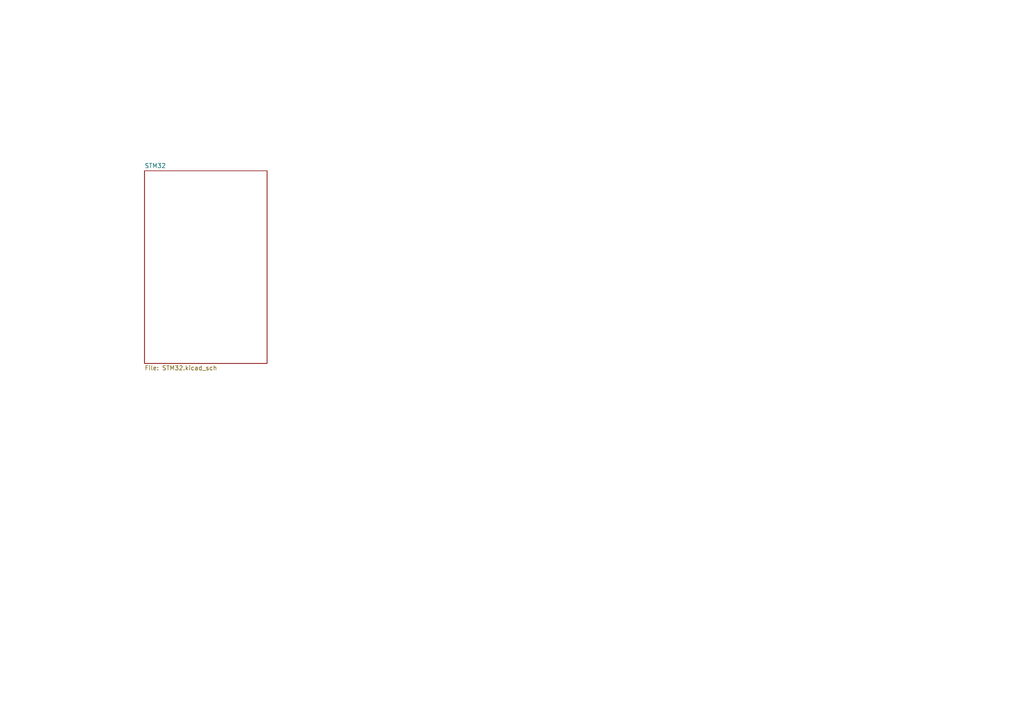
<source format=kicad_sch>
(kicad_sch (version 20211123) (generator eeschema)

  (uuid 61d1f221-f082-4bfc-b26f-eb44521645ca)

  (paper "A4")

  (title_block
    (title "chat_project")
    (date "2023-09-19")
    (rev "1.0")
    (company "ENSEA")
  )

  (lib_symbols
  )


  (sheet (at 41.91 49.53) (size 35.56 55.88) (fields_autoplaced)
    (stroke (width 0.1524) (type solid) (color 0 0 0 0))
    (fill (color 0 0 0 0.0000))
    (uuid a49840b7-fc37-456b-bdfa-3e3ca28e31ac)
    (property "Sheet name" "STM32" (id 0) (at 41.91 48.8184 0)
      (effects (font (size 1.27 1.27)) (justify left bottom))
    )
    (property "Sheet file" "STM32.kicad_sch" (id 1) (at 41.91 105.9946 0)
      (effects (font (size 1.27 1.27)) (justify left top))
    )
  )

  (sheet_instances
    (path "/" (page "1"))
    (path "/a49840b7-fc37-456b-bdfa-3e3ca28e31ac" (page "2"))
  )

  (symbol_instances
    (path "/a49840b7-fc37-456b-bdfa-3e3ca28e31ac/091eb95e-7279-441d-b65f-803d0291af52"
      (reference "#PWR?") (unit 1) (value "GND") (footprint "")
    )
    (path "/a49840b7-fc37-456b-bdfa-3e3ca28e31ac/106b3ff8-edda-4397-9492-37ec3c6e17d0"
      (reference "#PWR?") (unit 1) (value "GND") (footprint "")
    )
    (path "/a49840b7-fc37-456b-bdfa-3e3ca28e31ac/1cd978ae-91c3-4a7b-9ec1-7df2c0dd0e19"
      (reference "#PWR?") (unit 1) (value "+3.3V") (footprint "")
    )
    (path "/a49840b7-fc37-456b-bdfa-3e3ca28e31ac/352f281a-158d-4666-a902-b356e53a8015"
      (reference "#PWR?") (unit 1) (value "GND") (footprint "")
    )
    (path "/a49840b7-fc37-456b-bdfa-3e3ca28e31ac/39be1c42-93b4-458b-86b2-455ab554d1ef"
      (reference "#PWR?") (unit 1) (value "GND") (footprint "")
    )
    (path "/a49840b7-fc37-456b-bdfa-3e3ca28e31ac/3b72abd1-bff7-477d-aa26-d162051c82da"
      (reference "#PWR?") (unit 1) (value "GND") (footprint "")
    )
    (path "/a49840b7-fc37-456b-bdfa-3e3ca28e31ac/41ec22fd-affe-495b-b961-95077c19dd8e"
      (reference "#PWR?") (unit 1) (value "+5V") (footprint "")
    )
    (path "/a49840b7-fc37-456b-bdfa-3e3ca28e31ac/49dc5def-4bc8-4d52-b844-28e6ba07d668"
      (reference "#PWR?") (unit 1) (value "+7.5V") (footprint "")
    )
    (path "/a49840b7-fc37-456b-bdfa-3e3ca28e31ac/4fa7f8ff-af70-47cf-996f-9e0c945cedb6"
      (reference "#PWR?") (unit 1) (value "GND") (footprint "")
    )
    (path "/a49840b7-fc37-456b-bdfa-3e3ca28e31ac/603d851b-ef11-451b-b01e-8ad71f0b658c"
      (reference "#PWR?") (unit 1) (value "GND") (footprint "")
    )
    (path "/a49840b7-fc37-456b-bdfa-3e3ca28e31ac/62d7e003-92be-4a82-b886-95629405e52a"
      (reference "#PWR?") (unit 1) (value "GND") (footprint "")
    )
    (path "/a49840b7-fc37-456b-bdfa-3e3ca28e31ac/73afab65-18f8-4bc1-b002-d76142db0799"
      (reference "#PWR?") (unit 1) (value "+5V") (footprint "")
    )
    (path "/a49840b7-fc37-456b-bdfa-3e3ca28e31ac/7d3660ea-5a98-49b4-9837-0eec8f84dedf"
      (reference "#PWR?") (unit 1) (value "GND") (footprint "")
    )
    (path "/a49840b7-fc37-456b-bdfa-3e3ca28e31ac/824eb4fd-aece-4f6a-93b6-092e9554cb05"
      (reference "#PWR?") (unit 1) (value "+3.3V") (footprint "")
    )
    (path "/a49840b7-fc37-456b-bdfa-3e3ca28e31ac/857b5409-c2e4-4659-81fd-64b3531c8f8d"
      (reference "#PWR?") (unit 1) (value "+7.5V") (footprint "")
    )
    (path "/a49840b7-fc37-456b-bdfa-3e3ca28e31ac/88cf17ac-b4b6-4da5-a259-d7c24669a1f1"
      (reference "#PWR?") (unit 1) (value "+5V") (footprint "")
    )
    (path "/a49840b7-fc37-456b-bdfa-3e3ca28e31ac/c645b2fa-ca28-4953-b0cc-63061f8577b2"
      (reference "#PWR?") (unit 1) (value "+3.3V") (footprint "")
    )
    (path "/a49840b7-fc37-456b-bdfa-3e3ca28e31ac/ccfdb7c0-9831-4862-8493-c81f94ed5949"
      (reference "#PWR?") (unit 1) (value "+3.3V") (footprint "")
    )
    (path "/a49840b7-fc37-456b-bdfa-3e3ca28e31ac/cf8ecb1a-fd9a-4086-933d-4b69e8821d87"
      (reference "#PWR?") (unit 1) (value "GND") (footprint "")
    )
    (path "/a49840b7-fc37-456b-bdfa-3e3ca28e31ac/d8e0f423-0bf3-440c-9abc-d49681702822"
      (reference "#PWR?") (unit 1) (value "GND") (footprint "")
    )
    (path "/a49840b7-fc37-456b-bdfa-3e3ca28e31ac/e2b7ac13-175e-44de-8ff2-5ca00ca29922"
      (reference "#PWR?") (unit 1) (value "GND") (footprint "")
    )
    (path "/a49840b7-fc37-456b-bdfa-3e3ca28e31ac/e2c32fa5-cf26-4fcc-b70f-db2764bf4bb2"
      (reference "#PWR?") (unit 1) (value "GND") (footprint "")
    )
    (path "/a49840b7-fc37-456b-bdfa-3e3ca28e31ac/e879e9cc-6733-429a-8b30-3a297b841503"
      (reference "#PWR?") (unit 1) (value "+5V") (footprint "")
    )
    (path "/a49840b7-fc37-456b-bdfa-3e3ca28e31ac/ee87d08c-8356-49ed-9240-b7d8bb190fea"
      (reference "#PWR?") (unit 1) (value "GND") (footprint "")
    )
    (path "/a49840b7-fc37-456b-bdfa-3e3ca28e31ac/efdf65f2-8c96-45c3-87cd-ee6b9bdeb4b0"
      (reference "#PWR?") (unit 1) (value "GND") (footprint "")
    )
    (path "/a49840b7-fc37-456b-bdfa-3e3ca28e31ac/f9591c8e-311a-4daa-ba26-a58854c1853b"
      (reference "#PWR?") (unit 1) (value "+3.3V") (footprint "")
    )
    (path "/a49840b7-fc37-456b-bdfa-3e3ca28e31ac/fb3729cb-223c-40f7-868c-2789e165de77"
      (reference "#PWR?") (unit 1) (value "+3.3V") (footprint "")
    )
    (path "/a49840b7-fc37-456b-bdfa-3e3ca28e31ac/0bf7c62a-fd77-4dfc-aa0d-918eaab3980e"
      (reference "C?") (unit 1) (value "4.7nF") (footprint "")
    )
    (path "/a49840b7-fc37-456b-bdfa-3e3ca28e31ac/129d922d-8efa-45a6-9f87-8ec3beac72ba"
      (reference "C?") (unit 1) (value "C") (footprint "")
    )
    (path "/a49840b7-fc37-456b-bdfa-3e3ca28e31ac/201dd410-0b6d-4928-81ff-94148c0dc976"
      (reference "C?") (unit 1) (value "C") (footprint "")
    )
    (path "/a49840b7-fc37-456b-bdfa-3e3ca28e31ac/3fe2f96d-0d03-45c5-8032-912be03f19f0"
      (reference "C?") (unit 1) (value "1uF") (footprint "")
    )
    (path "/a49840b7-fc37-456b-bdfa-3e3ca28e31ac/4771ae3f-830c-4f66-a56a-9e5025cbff76"
      (reference "C?") (unit 1) (value "C") (footprint "")
    )
    (path "/a49840b7-fc37-456b-bdfa-3e3ca28e31ac/4c64ed1e-a7a9-4f60-af7e-420f66a4d515"
      (reference "C?") (unit 1) (value "C") (footprint "")
    )
    (path "/a49840b7-fc37-456b-bdfa-3e3ca28e31ac/65bb9ce9-774e-4243-a4e7-94e8cfc2495d"
      (reference "C?") (unit 1) (value "1uF") (footprint "")
    )
    (path "/a49840b7-fc37-456b-bdfa-3e3ca28e31ac/9f458f8e-05c9-41c6-9d2b-777d59310307"
      (reference "C?") (unit 1) (value "100nF") (footprint "")
    )
    (path "/a49840b7-fc37-456b-bdfa-3e3ca28e31ac/ae17b5a5-4bea-4d44-a5fb-20822d73a433"
      (reference "C?") (unit 1) (value "C") (footprint "")
    )
    (path "/a49840b7-fc37-456b-bdfa-3e3ca28e31ac/c7213406-c9af-4fe6-95c2-648f1d1ac0c9"
      (reference "C?") (unit 1) (value "C") (footprint "")
    )
    (path "/a49840b7-fc37-456b-bdfa-3e3ca28e31ac/ce3d0cfd-1737-43a5-9ba9-139a60529bf1"
      (reference "C?") (unit 1) (value "100nF") (footprint "")
    )
    (path "/a49840b7-fc37-456b-bdfa-3e3ca28e31ac/ec59254a-93a3-436a-ab42-9e0608110e23"
      (reference "C?") (unit 1) (value "C") (footprint "")
    )
    (path "/a49840b7-fc37-456b-bdfa-3e3ca28e31ac/2f7bcdab-bf38-4769-a929-dde30890d68a"
      (reference "D?") (unit 1) (value "RED") (footprint "")
    )
    (path "/a49840b7-fc37-456b-bdfa-3e3ca28e31ac/57010872-d09b-4bd6-ba15-e7c66e1a145a"
      (reference "J?") (unit 1) (value "Conn_02x07_Odd_Even") (footprint "")
    )
    (path "/a49840b7-fc37-456b-bdfa-3e3ca28e31ac/c34fa395-475c-4f21-ab12-26a02ca73ee6"
      (reference "J?") (unit 1) (value "Conn_01x03") (footprint "")
    )
    (path "/a49840b7-fc37-456b-bdfa-3e3ca28e31ac/eacfc9de-e7e5-4f49-b745-45096af06a2a"
      (reference "J?") (unit 1) (value "Conn_01x03") (footprint "")
    )
    (path "/a49840b7-fc37-456b-bdfa-3e3ca28e31ac/5be82d2c-9015-44fd-9026-c14f67dd952d"
      (reference "L?") (unit 1) (value "L_Small") (footprint "")
    )
    (path "/a49840b7-fc37-456b-bdfa-3e3ca28e31ac/7f30d3b0-7194-4162-ab37-1be7f43fe0d0"
      (reference "R?") (unit 1) (value "R") (footprint "")
    )
    (path "/a49840b7-fc37-456b-bdfa-3e3ca28e31ac/c69aa0d0-22fc-4cc1-8758-98653363a638"
      (reference "R?") (unit 1) (value "R") (footprint "")
    )
    (path "/a49840b7-fc37-456b-bdfa-3e3ca28e31ac/10f07885-5a03-4c2d-b95e-fa48ead9e88b"
      (reference "U?") (unit 1) (value "ZXBM5210-S") (footprint "Package_SO:SOIC-8_3.9x4.9mm_P1.27mm")
    )
    (path "/a49840b7-fc37-456b-bdfa-3e3ca28e31ac/2384d543-f130-4848-9b4a-73e9f3be7183"
      (reference "U?") (unit 1) (value "MCP1802x-xx02xOT") (footprint "Package_TO_SOT_SMD:SOT-23-5")
    )
    (path "/a49840b7-fc37-456b-bdfa-3e3ca28e31ac/2b24f5aa-550f-4daf-bf05-738d3d61a0b2"
      (reference "U?") (unit 1) (value "ZXBM5210-S") (footprint "Package_SO:SOIC-8_3.9x4.9mm_P1.27mm")
    )
    (path "/a49840b7-fc37-456b-bdfa-3e3ca28e31ac/3a46e228-d754-428b-8a54-9d984a3b2c47"
      (reference "U?") (unit 1) (value "Lidar") (footprint "")
    )
    (path "/a49840b7-fc37-456b-bdfa-3e3ca28e31ac/9e9ca0d4-d01d-4dfd-8c05-331f03f894ae"
      (reference "U?") (unit 1) (value "STM32G070RBT6") (footprint "")
    )
    (path "/a49840b7-fc37-456b-bdfa-3e3ca28e31ac/dc2a840a-14fd-45cf-a08e-2676ae88495c"
      (reference "U?") (unit 1) (value "MCP1802x-xx02xOT") (footprint "Package_TO_SOT_SMD:SOT-23-5")
    )
    (path "/a49840b7-fc37-456b-bdfa-3e3ca28e31ac/ea62ee3f-6d9f-459c-a63e-95c3f797535f"
      (reference "Y?") (unit 1) (value "16MHz") (footprint "")
    )
  )
)

</source>
